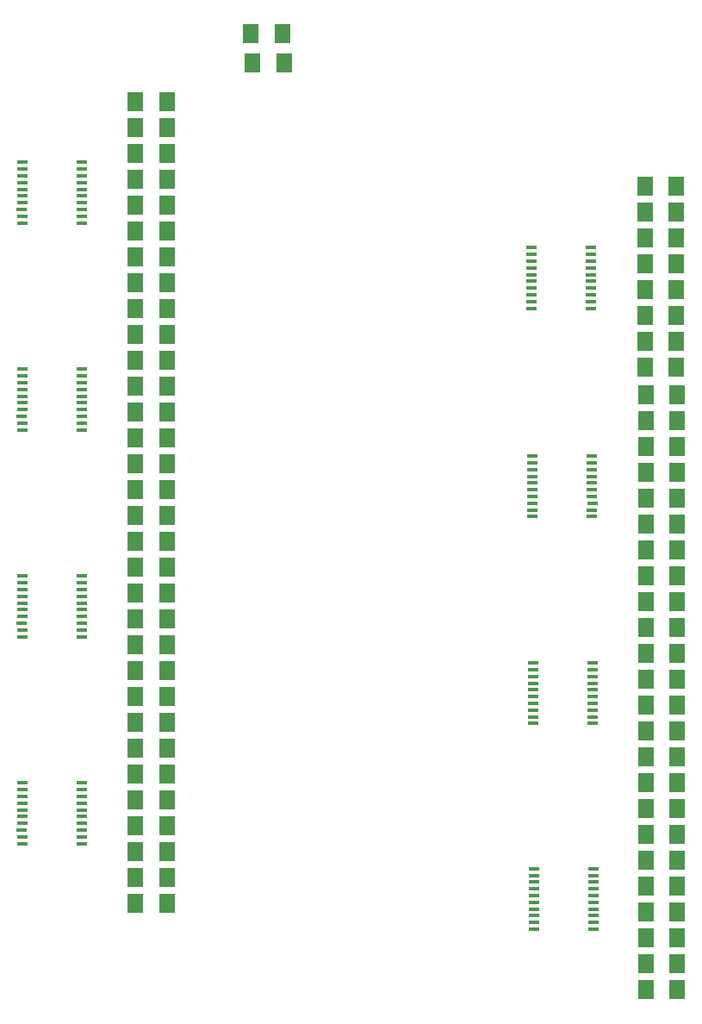
<source format=gtp>
G04 MADE WITH FRITZING*
G04 WWW.FRITZING.ORG*
G04 DOUBLE SIDED*
G04 HOLES PLATED*
G04 CONTOUR ON CENTER OF CONTOUR VECTOR*
%ASAXBY*%
%FSLAX23Y23*%
%MOIN*%
%OFA0B0*%
%SFA1.0B1.0*%
%ADD10R,0.062992X0.074803*%
%ADD11R,0.039370X0.015748*%
%LNPASTEMASK1*%
G90*
G70*
G54D10*
X2791Y188D03*
X2913Y188D03*
X2791Y988D03*
X2913Y988D03*
X2791Y1788D03*
X2913Y1788D03*
X2787Y2595D03*
X2909Y2595D03*
X815Y524D03*
X937Y524D03*
X815Y1324D03*
X937Y1324D03*
X815Y2124D03*
X937Y2124D03*
X815Y2924D03*
X937Y2924D03*
X2791Y288D03*
X2913Y288D03*
X2791Y1088D03*
X2913Y1088D03*
X2791Y1888D03*
X2913Y1888D03*
X2787Y2695D03*
X2909Y2695D03*
X815Y624D03*
X937Y624D03*
X815Y1424D03*
X937Y1424D03*
X815Y2224D03*
X937Y2224D03*
X815Y3024D03*
X937Y3024D03*
X2791Y88D03*
X2913Y88D03*
X2791Y888D03*
X2913Y888D03*
X2791Y1688D03*
X2913Y1688D03*
X2787Y2495D03*
X2909Y2495D03*
X815Y424D03*
X937Y424D03*
X815Y1224D03*
X937Y1224D03*
X815Y2024D03*
X937Y2024D03*
X815Y2824D03*
X937Y2824D03*
X2791Y388D03*
X2913Y388D03*
X2791Y1188D03*
X2913Y1188D03*
X2791Y1988D03*
X2913Y1988D03*
X2787Y2795D03*
X2909Y2795D03*
X815Y724D03*
X937Y724D03*
X815Y1524D03*
X937Y1524D03*
X815Y2324D03*
X937Y2324D03*
X815Y3124D03*
X937Y3124D03*
X2791Y488D03*
X2913Y488D03*
X2791Y1288D03*
X2913Y1288D03*
X2791Y2088D03*
X2913Y2088D03*
X2787Y2895D03*
X2909Y2895D03*
X815Y824D03*
X937Y824D03*
X815Y1624D03*
X937Y1624D03*
X815Y2424D03*
X937Y2424D03*
X815Y3224D03*
X937Y3224D03*
X2791Y588D03*
X2913Y588D03*
X2791Y1388D03*
X2913Y1388D03*
X2791Y2188D03*
X2913Y2188D03*
X2787Y2995D03*
X2909Y2995D03*
X815Y924D03*
X937Y924D03*
X815Y1724D03*
X937Y1724D03*
X815Y2524D03*
X937Y2524D03*
X815Y3324D03*
X937Y3324D03*
X2791Y688D03*
X2913Y688D03*
X2791Y1488D03*
X2913Y1488D03*
X2791Y2288D03*
X2913Y2288D03*
X2787Y3095D03*
X2909Y3095D03*
X815Y1024D03*
X937Y1024D03*
X815Y1824D03*
X937Y1824D03*
X815Y2624D03*
X937Y2624D03*
X815Y3424D03*
X937Y3424D03*
X2791Y788D03*
X2913Y788D03*
X2791Y1588D03*
X2913Y1588D03*
X2791Y2388D03*
X2913Y2388D03*
X2787Y3195D03*
X2909Y3195D03*
X815Y1124D03*
X937Y1124D03*
X815Y1924D03*
X937Y1924D03*
X815Y2724D03*
X937Y2724D03*
X815Y3524D03*
X937Y3524D03*
X1391Y3673D03*
X1269Y3673D03*
X1263Y3785D03*
X1385Y3785D03*
G54D11*
X2358Y323D03*
X2358Y349D03*
X2358Y375D03*
X2358Y401D03*
X2358Y427D03*
X2358Y453D03*
X2358Y479D03*
X2358Y505D03*
X2358Y531D03*
X2358Y557D03*
X2588Y557D03*
X2588Y531D03*
X2588Y505D03*
X2588Y479D03*
X2588Y453D03*
X2588Y427D03*
X2588Y401D03*
X2589Y375D03*
X2588Y349D03*
X2588Y323D03*
X2354Y1118D03*
X2354Y1144D03*
X2354Y1170D03*
X2354Y1196D03*
X2354Y1222D03*
X2354Y1248D03*
X2354Y1274D03*
X2354Y1300D03*
X2354Y1326D03*
X2354Y1352D03*
X2584Y1352D03*
X2584Y1326D03*
X2584Y1300D03*
X2584Y1274D03*
X2584Y1248D03*
X2584Y1222D03*
X2584Y1196D03*
X2584Y1170D03*
X2584Y1144D03*
X2584Y1118D03*
X2353Y1918D03*
X2353Y1944D03*
X2353Y1970D03*
X2353Y1996D03*
X2353Y2022D03*
X2353Y2048D03*
X2353Y2074D03*
X2353Y2100D03*
X2353Y2126D03*
X2353Y2152D03*
X2583Y2152D03*
X2583Y2126D03*
X2583Y2100D03*
X2583Y2074D03*
X2583Y2048D03*
X2583Y2022D03*
X2583Y1996D03*
X2584Y1970D03*
X2583Y1944D03*
X2583Y1918D03*
X2349Y2724D03*
X2349Y2750D03*
X2349Y2776D03*
X2349Y2802D03*
X2349Y2828D03*
X2349Y2854D03*
X2349Y2880D03*
X2349Y2906D03*
X2349Y2932D03*
X2349Y2958D03*
X2579Y2958D03*
X2579Y2932D03*
X2579Y2906D03*
X2579Y2880D03*
X2579Y2854D03*
X2579Y2828D03*
X2579Y2802D03*
X2579Y2776D03*
X2579Y2750D03*
X2579Y2724D03*
X377Y654D03*
X377Y680D03*
X376Y706D03*
X377Y732D03*
X377Y758D03*
X377Y784D03*
X377Y810D03*
X377Y836D03*
X377Y862D03*
X377Y888D03*
X607Y888D03*
X607Y862D03*
X607Y836D03*
X607Y810D03*
X607Y784D03*
X607Y758D03*
X607Y732D03*
X607Y706D03*
X607Y680D03*
X607Y654D03*
X377Y1454D03*
X377Y1480D03*
X376Y1506D03*
X377Y1532D03*
X377Y1558D03*
X377Y1584D03*
X377Y1610D03*
X377Y1636D03*
X377Y1662D03*
X377Y1688D03*
X607Y1688D03*
X607Y1662D03*
X607Y1636D03*
X607Y1610D03*
X607Y1584D03*
X607Y1558D03*
X607Y1532D03*
X607Y1506D03*
X607Y1480D03*
X607Y1454D03*
X377Y2254D03*
X377Y2280D03*
X376Y2306D03*
X377Y2332D03*
X377Y2358D03*
X377Y2384D03*
X377Y2410D03*
X377Y2436D03*
X377Y2462D03*
X377Y2488D03*
X607Y2488D03*
X607Y2462D03*
X607Y2436D03*
X607Y2410D03*
X607Y2384D03*
X607Y2358D03*
X607Y2332D03*
X607Y2306D03*
X607Y2280D03*
X607Y2254D03*
X377Y3054D03*
X377Y3080D03*
X376Y3106D03*
X377Y3132D03*
X377Y3158D03*
X377Y3184D03*
X377Y3210D03*
X377Y3236D03*
X377Y3262D03*
X377Y3288D03*
X607Y3288D03*
X607Y3262D03*
X607Y3236D03*
X607Y3210D03*
X607Y3184D03*
X607Y3158D03*
X607Y3132D03*
X607Y3106D03*
X607Y3080D03*
X607Y3054D03*
G04 End of PasteMask1*
M02*
</source>
